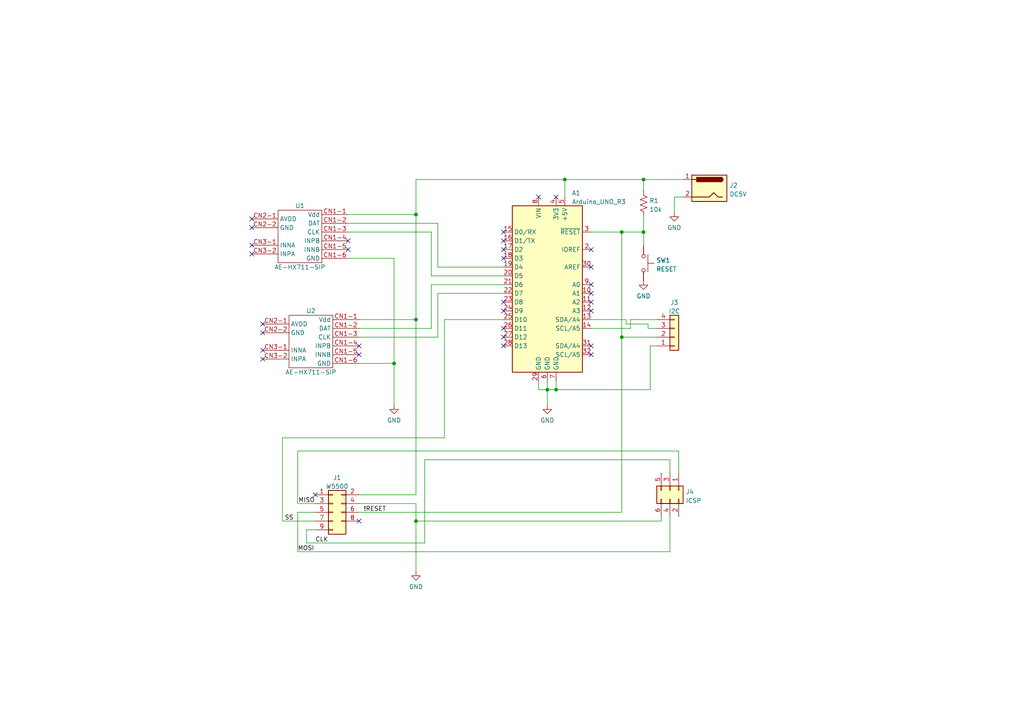
<source format=kicad_sch>
(kicad_sch (version 20230121) (generator eeschema)
  (paper "A4")
  (title_block (title "Weight Sensor with Dual HX711") (date "2022-10-16") (rev "1.20") (company "HOLLY&Co.,Ltd.") (comment 1 "Reset SWとI2Cコネクタを追加した") (comment 2 "5V電源は安定化すること") (comment 3 "W5500のSSはD10(UNOのピンに合わせるため)"))
  (lib_symbols
    (symbol "AE-HX711-SIP_1"
      (property "Reference" "U" (at 0 0 0))
      (property "Value" "AE-HX711-SIP_1" (at 0 2.54 0))
      (symbol "AE-HX711-SIP_1_0_1"
        (rectangle (start -6.35 -1.27) (end 6.35 -16.51) (stroke (width 0.1524)))
      )
      (symbol "AE-HX711-SIP_1_1_1"
        (pin power_in line (at -13.97 -2.54 0) (length 7.62) (name "Vdd") (number "CN1-1"))
        (pin output line (at -13.97 -5.08 0) (length 7.62) (name "DAT") (number "CN1-2"))
        (pin input line (at -13.97 -7.62 0) (length 7.62) (name "CLK") (number "CN1-3"))
        (pin input line (at -13.97 -10.16 0) (length 7.62) (name "INPB") (number "CN1-4"))
        (pin input line (at -13.97 -12.7 0) (length 7.62) (name "INNB") (number "CN1-5"))
        (pin bidirectional line (at -13.97 -15.24 0) (length 7.62) (name "GND") (number "CN1-6"))
        (pin output line (at 13.97 -3.81 180) (length 7.62) (name "AVDD") (number "CN2-1"))
        (pin bidirectional line (at 13.97 -6.35 180) (length 7.62) (name "GND") (number "CN2-2"))
        (pin input line (at 13.97 -11.43 180) (length 7.62) (name "INNA") (number "CN3-1"))
        (pin input line (at 13.97 -13.97 180) (length 7.62) (name "INPA") (number "CN3-2"))
      )
    )
    (symbol "Connector:Jack-DC" (pin_names (offset 1.016))
      (property "Reference" "J" (at 0 5.334 0))
      (property "Value" "Jack-DC" (at 0 -5.08 0))
      (symbol "Jack-DC_0_1"
        (rectangle (start -5.08 3.81) (end 5.08 -3.81) (stroke (width 0.254)) (fill (type background)))
        (arc (start -3.302 3.175) (mid -3.9343 2.54) (end -3.302 1.905) (stroke (width 0.254)))
        (arc (start -3.302 3.175) (mid -3.9343 2.54) (end -3.302 1.905) (stroke (width 0.254)) (fill (type outline)))
        (polyline (pts (xy 5.08 2.54) (xy 3.81 2.54)) (stroke (width 0.254)))
        (polyline (pts (xy -3.81 -2.54) (xy -2.54 -2.54) (xy -1.27 -1.27) (xy 0 -2.54) (xy 2.54 -2.54) (xy 5.08 -2.54)) (stroke (width 0.254)))
        (rectangle (start 3.683 3.175) (end -3.302 1.905) (stroke (width 0.254)) (fill (type outline)))
      )
      (symbol "Jack-DC_1_1"
        (pin passive line (at 7.62 2.54 180) (length 2.54) (name "~") (number "1"))
        (pin passive line (at 7.62 -2.54 180) (length 2.54) (name "~") (number "2"))
      )
    )
    (symbol "Connector_Generic:Conn_01x04" (pin_names (offset 1.016) hide)
      (property "Reference" "J" (at 0 5.08 0))
      (property "Value" "Conn_01x04" (at 0 -7.62 0))
      (symbol "Conn_01x04_1_1"
        (rectangle (start -1.27 -4.953) (end 0 -5.207) (stroke (width 0.1524)))
        (rectangle (start -1.27 -2.413) (end 0 -2.667) (stroke (width 0.1524)))
        (rectangle (start -1.27 0.127) (end 0 -0.127) (stroke (width 0.1524)))
        (rectangle (start -1.27 2.667) (end 0 2.413) (stroke (width 0.1524)))
        (rectangle (start -1.27 3.81) (end 1.27 -6.35) (stroke (width 0.254)) (fill (type background)))
        (pin passive line (at -5.08 2.54 0) (length 3.81) (name "Pin_1") (number "1"))
        (pin passive line (at -5.08 0 0) (length 3.81) (name "Pin_2") (number "2"))
        (pin passive line (at -5.08 -2.54 0) (length 3.81) (name "Pin_3") (number "3"))
        (pin passive line (at -5.08 -5.08 0) (length 3.81) (name "Pin_4") (number "4"))
      )
    )
    (symbol "Connector_Generic:Conn_02x03_Odd_Even" (pin_names (offset 1.016) hide)
      (property "Reference" "J" (at 1.27 5.08 0))
      (property "Value" "Conn_02x03_Odd_Even" (at 1.27 -5.08 0))
      (symbol "Conn_02x03_Odd_Even_1_1"
        (rectangle (start -1.27 -2.413) (end 0 -2.667) (stroke (width 0.1524)))
        (rectangle (start -1.27 0.127) (end 0 -0.127) (stroke (width 0.1524)))
        (rectangle (start -1.27 2.667) (end 0 2.413) (stroke (width 0.1524)))
        (rectangle (start -1.27 3.81) (end 3.81 -3.81) (stroke (width 0.254)) (fill (type background)))
        (rectangle (start 3.81 -2.413) (end 2.54 -2.667) (stroke (width 0.1524)))
        (rectangle (start 3.81 0.127) (end 2.54 -0.127) (stroke (width 0.1524)))
        (rectangle (start 3.81 2.667) (end 2.54 2.413) (stroke (width 0.1524)))
        (pin passive line (at -5.08 2.54 0) (length 3.81) (name "Pin_1") (number "1"))
        (pin passive line (at 7.62 2.54 180) (length 3.81) (name "Pin_2") (number "2"))
        (pin passive line (at -5.08 0 0) (length 3.81) (name "Pin_3") (number "3"))
        (pin passive line (at 7.62 0 180) (length 3.81) (name "Pin_4") (number "4"))
        (pin passive line (at -5.08 -2.54 0) (length 3.81) (name "Pin_5") (number "5"))
        (pin passive line (at 7.62 -2.54 180) (length 3.81) (name "Pin_6") (number "6"))
      )
    )
    (symbol "Connector_Generic:Conn_2Rows-09Pins" (pin_names (offset 1.016) hide)
      (property "Reference" "J" (at 1.27 7.62 0))
      (property "Value" "Conn_2Rows-09Pins" (at 1.27 -7.62 0))
      (symbol "Conn_2Rows-09Pins_1_1"
        (rectangle (start -1.27 -4.953) (end 0 -5.207) (stroke (width 0.1524)))
        (rectangle (start -1.27 -2.413) (end 0 -2.667) (stroke (width 0.1524)))
        (rectangle (start -1.27 0.127) (end 0 -0.127) (stroke (width 0.1524)))
        (rectangle (start -1.27 2.667) (end 0 2.413) (stroke (width 0.1524)))
        (rectangle (start -1.27 5.207) (end 0 4.953) (stroke (width 0.1524)))
        (rectangle (start -1.27 6.35) (end 3.81 -6.35) (stroke (width 0.254)) (fill (type background)))
        (rectangle (start 3.81 -2.413) (end 2.54 -2.667) (stroke (width 0.1524)))
        (rectangle (start 3.81 0.127) (end 2.54 -0.127) (stroke (width 0.1524)))
        (rectangle (start 3.81 2.667) (end 2.54 2.413) (stroke (width 0.1524)))
        (rectangle (start 3.81 5.207) (end 2.54 4.953) (stroke (width 0.1524)))
        (pin passive line (at -5.08 5.08 0) (length 3.81) (name "Pin_1") (number "1"))
        (pin passive line (at 7.62 5.08 180) (length 3.81) (name "Pin_2") (number "2"))
        (pin passive line (at -5.08 2.54 0) (length 3.81) (name "Pin_3") (number "3"))
        (pin passive line (at 7.62 2.54 180) (length 3.81) (name "Pin_4") (number "4"))
        (pin passive line (at -5.08 0 0) (length 3.81) (name "Pin_5") (number "5"))
        (pin passive line (at 7.62 0 180) (length 3.81) (name "Pin_6") (number "6"))
        (pin passive line (at -5.08 -2.54 0) (length 3.81) (name "Pin_7") (number "7"))
        (pin passive line (at 7.62 -2.54 180) (length 3.81) (name "Pin_8") (number "8"))
        (pin passive line (at -5.08 -5.08 0) (length 3.81) (name "Pin_9") (number "9"))
      )
    )
    (symbol "Device:R_US" (pin_numbers hide) (pin_names (offset 0))
      (property "Reference" "R" (at 2.54 0 90))
      (property "Value" "R_US" (at -2.54 0 90))
      (symbol "R_US_0_1"
        (polyline (pts (xy 0 -2.286) (xy 0 -2.54)))
        (polyline (pts (xy 0 2.286) (xy 0 2.54)))
        (polyline (pts (xy 0 -0.762) (xy 1.016 -1.143) (xy 0 -1.524) (xy -1.016 -1.905) (xy 0 -2.286)))
        (polyline (pts (xy 0 0.762) (xy 1.016 0.381) (xy 0 0) (xy -1.016 -0.381) (xy 0 -0.762)))
        (polyline (pts (xy 0 2.286) (xy 1.016 1.905) (xy 0 1.524) (xy -1.016 1.143) (xy 0 0.762)))
      )
      (symbol "R_US_1_1"
        (pin passive line (at 0 3.81 270) (length 1.27) (name "~") (number "1"))
        (pin passive line (at 0 -3.81 90) (length 1.27) (name "~") (number "2"))
      )
    )
    (symbol "MCU_Module:Arduino_UNO_R3"
      (property "Reference" "A" (at -10.16 23.495 0))
      (property "Value" "Arduino_UNO_R3" (at 5.08 -26.67 0))
      (symbol "Arduino_UNO_R3_0_1"
        (rectangle (start -10.16 22.86) (end 10.16 -25.4) (stroke (width 0.254)) (fill (type background)))
      )
      (symbol "Arduino_UNO_R3_1_1"
        (pin no_connect line (at -10.16 -20.32 0) (length 2.54) hide (name "NC") (number "1"))
        (pin bidirectional line (at 12.7 -2.54 180) (length 2.54) (name "A1") (number "10"))
        (pin bidirectional line (at 12.7 -5.08 180) (length 2.54) (name "A2") (number "11"))
        (pin bidirectional line (at 12.7 -7.62 180) (length 2.54) (name "A3") (number "12"))
        (pin bidirectional line (at 12.7 -10.16 180) (length 2.54) (name "SDA/A4") (number "13"))
        (pin bidirectional line (at 12.7 -12.7 180) (length 2.54) (name "SCL/A5") (number "14"))
        (pin bidirectional line (at -12.7 15.24 0) (length 2.54) (name "D0/RX") (number "15"))
        (pin bidirectional line (at -12.7 12.7 0) (length 2.54) (name "D1/TX") (number "16"))
        (pin bidirectional line (at -12.7 10.16 0) (length 2.54) (name "D2") (number "17"))
        (pin bidirectional line (at -12.7 7.62 0) (length 2.54) (name "D3") (number "18"))
        (pin bidirectional line (at -12.7 5.08 0) (length 2.54) (name "D4") (number "19"))
        (pin output line (at 12.7 10.16 180) (length 2.54) (name "IOREF") (number "2"))
        (pin bidirectional line (at -12.7 2.54 0) (length 2.54) (name "D5") (number "20"))
        (pin bidirectional line (at -12.7 0 0) (length 2.54) (name "D6") (number "21"))
        (pin bidirectional line (at -12.7 -2.54 0) (length 2.54) (name "D7") (number "22"))
        (pin bidirectional line (at -12.7 -5.08 0) (length 2.54) (name "D8") (number "23"))
        (pin bidirectional line (at -12.7 -7.62 0) (length 2.54) (name "D9") (number "24"))
        (pin bidirectional line (at -12.7 -10.16 0) (length 2.54) (name "D10") (number "25"))
        (pin bidirectional line (at -12.7 -12.7 0) (length 2.54) (name "D11") (number "26"))
        (pin bidirectional line (at -12.7 -15.24 0) (length 2.54) (name "D12") (number "27"))
        (pin bidirectional line (at -12.7 -17.78 0) (length 2.54) (name "D13") (number "28"))
        (pin power_in line (at -2.54 -27.94 90) (length 2.54) (name "GND") (number "29"))
        (pin input line (at 12.7 15.24 180) (length 2.54) (name "~{RESET}") (number "3"))
        (pin input line (at 12.7 5.08 180) (length 2.54) (name "AREF") (number "30"))
        (pin bidirectional line (at 12.7 -17.78 180) (length 2.54) (name "SDA/A4") (number "31"))
        (pin bidirectional line (at 12.7 -20.32 180) (length 2.54) (name "SCL/A5") (number "32"))
        (pin power_out line (at 2.54 25.4 270) (length 2.54) (name "3V3") (number "4"))
        (pin power_out line (at 5.08 25.4 270) (length 2.54) (name "+5V") (number "5"))
        (pin power_in line (at 0 -27.94 90) (length 2.54) (name "GND") (number "6"))
        (pin power_in line (at 2.54 -27.94 90) (length 2.54) (name "GND") (number "7"))
        (pin power_in line (at -2.54 25.4 270) (length 2.54) (name "VIN") (number "8"))
        (pin bidirectional line (at 12.7 0 180) (length 2.54) (name "A0") (number "9"))
      )
    )
    (symbol "Switch:SW_Push" (pin_numbers hide) (pin_names (offset 1.016) hide)
      (property "Reference" "SW" (at 1.27 2.54 0))
      (property "Value" "SW_Push" (at 0 -1.524 0))
      (symbol "SW_Push_0_1"
        (circle (center -2.032 0) (radius 0.508))
        (polyline (pts (xy 0 1.27) (xy 0 3.048)))
        (polyline (pts (xy 2.54 1.27) (xy -2.54 1.27)))
        (circle (center 2.032 0) (radius 0.508))
        (pin passive line (at -5.08 0 0) (length 2.54) (name "1") (number "1"))
        (pin passive line (at 5.08 0 180) (length 2.54) (name "2") (number "2"))
      )
    )
    (symbol "holly:AE-HX711-SIP"
      (property "Reference" "U" (at 0 0 0))
      (property "Value" "AE-HX711-SIP" (at 0 2.54 0))
      (symbol "AE-HX711-SIP_0_1"
        (rectangle (start -6.35 -1.27) (end 6.35 -16.51) (stroke (width 0.1524)))
      )
      (symbol "AE-HX711-SIP_1_1"
        (pin power_in line (at -13.97 -2.54 0) (length 7.62) (name "Vdd") (number "CN1-1"))
        (pin output line (at -13.97 -5.08 0) (length 7.62) (name "DAT") (number "CN1-2"))
        (pin input line (at -13.97 -7.62 0) (length 7.62) (name "CLK") (number "CN1-3"))
        (pin input line (at -13.97 -10.16 0) (length 7.62) (name "INPB") (number "CN1-4"))
        (pin input line (at -13.97 -12.7 0) (length 7.62) (name "INNB") (number "CN1-5"))
        (pin bidirectional line (at -13.97 -15.24 0) (length 7.62) (name "GND") (number "CN1-6"))
        (pin output line (at 13.97 -3.81 180) (length 7.62) (name "AVDD") (number "CN2-1"))
        (pin bidirectional line (at 13.97 -6.35 180) (length 7.62) (name "GND") (number "CN2-2"))
        (pin input line (at 13.97 -11.43 180) (length 7.62) (name "INNA") (number "CN3-1"))
        (pin input line (at 13.97 -13.97 180) (length 7.62) (name "INPA") (number "CN3-2"))
      )
    )
    (symbol "power:GND" (power) (pin_names (offset 0))
      (property "Value" "GND" (at 0 -3.81 0))
      (symbol "GND_0_1"
        (polyline (pts (xy 0 0) (xy 0 -1.27) (xy 1.27 -1.27) (xy 0 -2.54) (xy -1.27 -1.27) (xy 0 -1.27)))
      )
      (symbol "GND_1_1"
        (pin power_in line (at 0 0 270) (length 0) hide (name "GND") (number "1"))
      )
    )
  )
  (junction (at 120.65 151.13))
  (junction (at 186.6589 52.07))
  (junction (at 161.29 113.03))
  (junction (at 120.65 62.23))
  (junction (at 163.83 52.07))
  (junction (at 180.34 67.31))
  (junction (at 120.65 92.71))
  (junction (at 186.6447 67.31))
  (junction (at 180.34 97.79))
  (junction (at 114.3 105.41))
  (junction (at 158.75 113.03))
  (no_connect (at 146.05 95.25))
  (no_connect (at 146.05 67.31))
  (no_connect (at 156.21 57.15))
  (no_connect (at 161.29 57.15))
  (no_connect (at 146.05 72.39))
  (no_connect (at 146.05 74.93))
  (no_connect (at 146.05 69.85))
  (no_connect (at 100.965 69.85))
  (no_connect (at 100.965 72.39))
  (no_connect (at 73.025 73.66))
  (no_connect (at 73.025 63.5))
  (no_connect (at 73.025 66.04))
  (no_connect (at 73.025 71.12))
  (no_connect (at 76.2 104.14))
  (no_connect (at 76.2 93.98))
  (no_connect (at 76.2 96.52))
  (no_connect (at 76.2 101.6))
  (no_connect (at 104.14 100.33))
  (no_connect (at 104.14 102.87))
  (no_connect (at 146.05 97.79))
  (no_connect (at 146.05 100.33))
  (no_connect (at 104.14 151.13))
  (no_connect (at 91.44 143.51))
  (no_connect (at 171.45 102.87))
  (no_connect (at 146.05 87.63))
  (no_connect (at 146.05 90.17))
  (no_connect (at 171.45 85.09))
  (no_connect (at 171.45 87.63))
  (no_connect (at 171.45 90.17))
  (no_connect (at 171.45 100.33))
  (no_connect (at 171.45 82.55))
  (no_connect (at 171.45 77.47))
  (no_connect (at 171.45 72.39))
  (wire (pts (xy 186.6447 67.31) (xy 186.69 62.865)))
  (wire (pts (xy 186.6912 71.2647) (xy 186.6459 71.2647)))
  (wire (pts (xy 194.31 133.35) (xy 194.31 137.16)))
  (wire (pts (xy 146.05 80.01) (xy 125.095 80.01)))
  (wire (pts (xy 182.88 92.71) (xy 182.88 95.25)))
  (wire (pts (xy 191.77 149.86) (xy 191.77 151.13)))
  (wire (pts (xy 104.14 146.05) (xy 120.65 146.05)))
  (wire (pts (xy 123.19 157.48) (xy 123.19 133.35)))
  (wire (pts (xy 120.65 146.05) (xy 120.65 151.13)))
  (wire (pts (xy 120.65 92.71) (xy 104.14 92.71)))
  (wire (pts (xy 146.05 77.47) (xy 127 77.47)))
  (wire (pts (xy 156.21 113.03) (xy 158.75 113.03)))
  (wire (pts (xy 158.75 110.49) (xy 158.75 113.03)))
  (wire (pts (xy 120.65 62.23) (xy 120.65 92.71)))
  (wire (pts (xy 86.36 146.05) (xy 86.36 130.81)))
  (wire (pts (xy 128.905 92.71) (xy 128.905 127)))
  (wire (pts (xy 190.5 92.71) (xy 182.88 92.71)))
  (wire (pts (xy 186.6589 52.07) (xy 186.6589 55.5594)))
  (wire (pts (xy 182.88 95.25) (xy 171.45 95.25)))
  (wire (pts (xy 104.14 105.41) (xy 114.3 105.41)))
  (wire (pts (xy 120.65 151.13) (xy 120.65 165.735)))
  (wire (pts (xy 146.05 92.71) (xy 128.905 92.71)))
  (wire (pts (xy 100.965 74.93) (xy 114.3 74.93)))
  (wire (pts (xy 100.965 62.23) (xy 120.65 62.23)))
  (wire (pts (xy 125.095 82.55) (xy 125.095 95.25)))
  (wire (pts (xy 180.34 97.79) (xy 180.34 148.59)))
  (wire (pts (xy 156.21 110.49) (xy 156.21 113.03)))
  (wire (pts (xy 120.65 143.51) (xy 104.14 143.51)))
  (wire (pts (xy 127 97.79) (xy 104.14 97.79)))
  (wire (pts (xy 186.6589 55.5594) (xy 186.69 55.245)))
  (wire (pts (xy 187.96 93.98) (xy 181.61 93.98)))
  (wire (pts (xy 91.44 148.59) (xy 86.36 148.59)))
  (wire (pts (xy 194.31 149.86) (xy 194.31 160.02)))
  (wire (pts (xy 188.595 100.33) (xy 188.595 113.03)))
  (wire (pts (xy 86.36 146.05) (xy 91.44 146.05)))
  (wire (pts (xy 81.915 151.13) (xy 91.44 151.13)))
  (wire (pts (xy 125.095 67.31) (xy 100.965 67.31)))
  (wire (pts (xy 120.65 151.13) (xy 191.77 151.13)))
  (wire (pts (xy 81.915 127) (xy 81.915 151.13)))
  (wire (pts (xy 186.6912 71.2647) (xy 186.69 67.31)))
  (wire (pts (xy 86.36 160.02) (xy 194.31 160.02)))
  (wire (pts (xy 120.65 52.07) (xy 163.83 52.07)))
  (wire (pts (xy 146.05 82.55) (xy 125.095 82.55)))
  (wire (pts (xy 163.83 52.07) (xy 163.83 57.15)))
  (wire (pts (xy 127 77.47) (xy 127 64.77)))
  (wire (pts (xy 187.96 95.25) (xy 187.96 93.98)))
  (wire (pts (xy 127 64.77) (xy 100.965 64.77)))
  (wire (pts (xy 120.65 92.71) (xy 120.65 143.51)))
  (wire (pts (xy 88.9 157.48) (xy 123.19 157.48)))
  (wire (pts (xy 114.3 105.41) (xy 114.3 117.475)))
  (wire (pts (xy 125.095 95.25) (xy 104.14 95.25)))
  (wire (pts (xy 161.29 113.03) (xy 161.29 110.49)))
  (wire (pts (xy 86.36 130.81) (xy 196.85 130.81)))
  (wire (pts (xy 188.595 113.03) (xy 161.29 113.03)))
  (wire (pts (xy 190.5 100.33) (xy 188.595 100.33)))
  (wire (pts (xy 146.05 85.09) (xy 127 85.09)))
  (wire (pts (xy 163.83 52.07) (xy 186.6589 52.07)))
  (wire (pts (xy 180.34 67.31) (xy 186.6447 67.31)))
  (wire (pts (xy 120.65 52.07) (xy 120.65 62.23)))
  (wire (pts (xy 181.61 92.71) (xy 171.45 92.71)))
  (wire (pts (xy 158.75 113.03) (xy 158.75 117.475)))
  (wire (pts (xy 190.5 95.25) (xy 187.96 95.25)))
  (wire (pts (xy 104.14 148.59) (xy 180.34 148.59)))
  (wire (pts (xy 198.12 57.15) (xy 195.58 57.15)))
  (wire (pts (xy 158.75 113.03) (xy 161.29 113.03)))
  (wire (pts (xy 186.6589 52.07) (xy 198.12 52.07)))
  (wire (pts (xy 181.61 93.98) (xy 181.61 92.71)))
  (wire (pts (xy 123.19 133.35) (xy 194.31 133.35)))
  (wire (pts (xy 180.34 67.31) (xy 171.45 67.31)))
  (wire (pts (xy 195.58 57.15) (xy 195.58 61.595)))
  (wire (pts (xy 196.85 130.81) (xy 196.85 137.16)))
  (wire (pts (xy 125.095 80.01) (xy 125.095 67.31)))
  (wire (pts (xy 86.36 148.59) (xy 86.36 160.02)))
  (wire (pts (xy 180.34 97.79) (xy 190.5 97.79)))
  (wire (pts (xy 186.69 67.31) (xy 186.6447 67.31)))
  (wire (pts (xy 91.44 153.67) (xy 88.9 153.67)))
  (wire (pts (xy 127 85.09) (xy 127 97.79)))
  (wire (pts (xy 114.3 74.93) (xy 114.3 105.41)))
  (wire (pts (xy 180.34 67.31) (xy 180.34 97.79)))
  (wire (pts (xy 128.905 127) (xy 81.915 127)))
  (wire (pts (xy 88.9 153.67) (xy 88.9 157.48)))
  (label "MOSI" (at 86.36 160.02 0))
  (label "!RESET" (at 105.4356 148.59 0))
  (label "CLK" (at 91.44 157.48 0))
  (label "SS" (at 82.55 151.13 0))
  (label "MISO" (at 86.5253 146.05 0))
  (symbol (lib_id "power:GND") (at 195.58 61.595 0) (unit 1)
    (property "Reference" "#PWR?" (effects hide))
    (property "Value" "GND" (at 195.58 66.0384 0))
  )
  (symbol (lib_id "MCU_Module:Arduino_UNO_R3") (at 158.75 82.55 0) (unit 1)
    (property "Reference" "A1" (at 165.8494 55.9902 0) (effects (justify left)))
    (property "Value" "Arduino_UNO_R3" (at 165.8494 58.5271 0) (effects (justify left)))
    (property "Footprint" "Module:Arduino_UNO_R3" (effects hide))
    (property "Datasheet" "https://www.arduino.cc/en/Main/arduinoBoardUno" (effects hide))
  )
  (symbol (lib_name "AE-HX711-SIP_1") (lib_id "holly:AE-HX711-SIP") (at 90.17 90.17 0) (mirror y) (unit 1)
    (property "Reference" "U2" (at 90.17 90.17 0))
    (property "Value" "AE-HX711-SIP" (at 90.17 107.95 0))
  )
  (symbol (lib_id "Device:R_US") (at 186.69 59.055 0) (unit 1)
    (property "Reference" "R1" (at 188.341 58.2203 0) (effects (justify left)))
    (property "Value" "10k" (at 188.341 60.7572 0) (effects (justify left)))
  )
  (symbol (lib_id "Connector:Jack-DC") (at 205.74 54.61 0) (mirror y) (unit 1)
    (property "Reference" "J2" (at 211.582 53.7753 0) (effects (justify right)))
    (property "Value" "DC5V" (at 211.582 56.3122 0) (effects (justify right)))
  )
  (symbol (lib_id "Connector_Generic:Conn_2Rows-09Pins") (at 96.52 148.59 0) (unit 1)
    (property "Reference" "J1" (at 97.79 138.5402 0))
    (property "Value" "W5500" (at 97.79 141.0771 0))
  )
  (symbol (lib_id "Connector_Generic:Conn_01x04") (at 195.58 97.79 0) (mirror x) (unit 1)
    (property "Reference" "J3" (at 195.58 87.7402 0))
    (property "Value" "I2C" (at 195.58 90.2771 0))
  )
  (symbol (lib_id "Switch:SW_Push") (at 186.6459 76.3447 270) (unit 1)
    (property "Reference" "SW1" (at 190.3289 75.51 90) (effects (justify left)))
    (property "Value" "RESET" (at 190.3289 78.0469 90) (effects (justify left)))
  )
  (symbol (lib_id "power:GND") (at 186.6459 81.4247 0) (unit 1)
    (property "Reference" "#PWR?" (effects hide))
    (property "Value" "GND" (at 186.6459 85.8681 0))
  )
  (symbol (lib_id "power:GND") (at 114.3 117.475 0) (unit 1)
    (property "Reference" "#PWR?" (effects hide))
    (property "Value" "GND" (at 114.3 121.9184 0))
  )
  (symbol (lib_id "power:GND") (at 158.75 117.475 0) (unit 1)
    (property "Reference" "#PWR?" (effects hide))
    (property "Value" "GND" (at 158.75 121.9184 0))
  )
  (symbol (lib_id "Connector_Generic:Conn_02x03_Odd_Even") (at 194.31 142.24 270) (unit 1)
    (property "Reference" "J4" (at 198.882 142.6753 90) (effects (justify left)))
    (property "Value" "ICSP" (at 198.882 145.2122 90) (effects (justify left)))
  )
  (symbol (lib_id "power:GND") (at 120.65 165.735 0) (unit 1)
    (property "Reference" "#PWR?" (effects hide))
    (property "Value" "GND" (at 120.65 170.1784 0))
  )
  (symbol (lib_id "holly:AE-HX711-SIP") (at 86.995 59.69 0) (mirror y) (unit 1)
    (property "Reference" "U1" (at 86.995 59.69 0))
    (property "Value" "AE-HX711-SIP" (at 86.995 77.47 0))
  )
)
</source>
